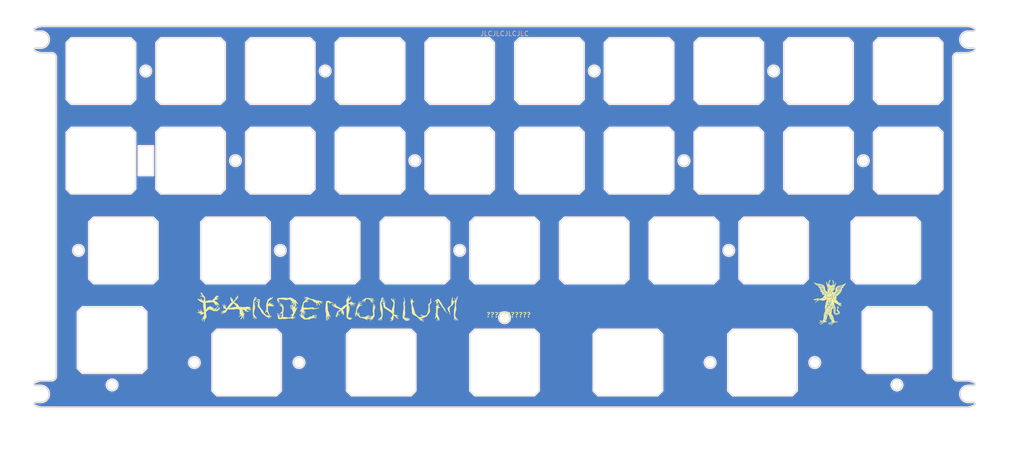
<source format=kicad_pcb>
(kicad_pcb (version 20221018) (generator pcbnew)
  (layers (0 "F.Cu" signal) (31 "B.Cu" signal) (34 "B.Paste" user) (35 "F.Paste" user) (36 "B.SilkS" user "B.Silkscreen") (37 "F.SilkS" user "F.Silkscreen") (38 "B.Mask" user) (39 "F.Mask" user) (44 "Edge.Cuts" user))
  (net 0 "")
  (net 1 "GND")
  (footprint "cipulot_parts:ecs_plate_cut_1U" (layer "F.Cu") (at 41.275 33.3375)
    (fp_text reference "REF**")
    (fp_text value "Value " hide)
    (fp_line (start -7.3 -6) (end -7.3 6) (stroke (width 0.12)) (layer "Edge.Cuts"))
    (fp_line (start -7.3 6) (end -6.3 7) (stroke (width 0.12)) (layer "Edge.Cuts"))
    (fp_line (start -6.3 -7) (end -7.3 -6) (stroke (width 0.12)) (layer "Edge.Cuts"))
    (fp_line (start -6.3 7) (end 6.3 7) (stroke (width 0.12)) (layer "Edge.Cuts"))
    (fp_line (start 6.3 -7) (end -6.3 -7) (stroke (width 0.12)) (layer "Edge.Cuts"))
    (fp_line (start 6.3 -7) (end 7.3 -6) (stroke (width 0.12)) (layer "Edge.Cuts"))
    (fp_line (start 6.3 7) (end 7.3 6) (stroke (width 0.12)) (layer "Edge.Cuts"))
    (fp_line (start 7.3 6) (end 7.3 -6) (stroke (width 0.12)) (layer "Edge.Cuts"))
  )
  (footprint "cipulot_parts:ecs_plate_cut_1U" (layer "F.Cu") (at 60.325 52.3875)
    (fp_text reference "REF**")
    (fp_text value "Value " hide)
    (fp_line (start -7.3 -6) (end -7.3 6) (stroke (width 0.12)) (layer "Edge.Cuts"))
    (fp_line (start -7.3 6) (end -6.3 7) (stroke (width 0.12)) (layer "Edge.Cuts"))
    (fp_line (start -6.3 -7) (end -7.3 -6) (stroke (width 0.12)) (layer "Edge.Cuts"))
    (fp_line (start -6.3 7) (end 6.3 7) (stroke (width 0.12)) (layer "Edge.Cuts"))
    (fp_line (start 6.3 -7) (end -6.3 -7) (stroke (width 0.12)) (layer "Edge.Cuts"))
    (fp_line (start 6.3 -7) (end 7.3 -6) (stroke (width 0.12)) (layer "Edge.Cuts"))
    (fp_line (start 6.3 7) (end 7.3 6) (stroke (width 0.12)) (layer "Edge.Cuts"))
    (fp_line (start 7.3 6) (end 7.3 -6) (stroke (width 0.12)) (layer "Edge.Cuts"))
  )
  (footprint "cipulot_parts:ecs_plate_cut_1U" (layer "F.Cu") (at 127 95.25)
    (fp_text reference "REF**")
    (fp_text value "Value " hide)
    (fp_line (start -7.3 -6) (end -7.3 6) (stroke (width 0.12)) (layer "Edge.Cuts"))
    (fp_line (start -7.3 6) (end -6.3 7) (stroke (width 0.12)) (layer "Edge.Cuts"))
    (fp_line (start -6.3 -7) (end -7.3 -6) (stroke (width 0.12)) (layer "Edge.Cuts"))
    (fp_line (start -6.3 7) (end 6.3 7) (stroke (width 0.12)) (layer "Edge.Cuts"))
    (fp_line (start 6.3 -7) (end -6.3 -7) (stroke (width 0.12)) (layer "Edge.Cuts"))
    (fp_line (start 6.3 -7) (end 7.3 -6) (stroke (width 0.12)) (layer "Edge.Cuts"))
    (fp_line (start 6.3 7) (end 7.3 6) (stroke (width 0.12)) (layer "Edge.Cuts"))
    (fp_line (start 7.3 6) (end 7.3 -6) (stroke (width 0.12)) (layer "Edge.Cuts"))
  )
  (footprint "cipulot_parts:ecs_plate_cut_1U" (layer "F.Cu") (at 60.325 33.3375)
    (fp_text reference "REF**")
    (fp_text value "Value " hide)
    (fp_line (start -7.3 -6) (end -7.3 6) (stroke (width 0.12)) (layer "Edge.Cuts"))
    (fp_line (start -7.3 6) (end -6.3 7) (stroke (width 0.12)) (layer "Edge.Cuts"))
    (fp_line (start -6.3 -7) (end -7.3 -6) (stroke (width 0.12)) (layer "Edge.Cuts"))
    (fp_line (start -6.3 7) (end 6.3 7) (stroke (width 0.12)) (layer "Edge.Cuts"))
    (fp_line (start 6.3 -7) (end -6.3 -7) (stroke (width 0.12)) (layer "Edge.Cuts"))
    (fp_line (start 6.3 -7) (end 7.3 -6) (stroke (width 0.12)) (layer "Edge.Cuts"))
    (fp_line (start 6.3 7) (end 7.3 6) (stroke (width 0.12)) (layer "Edge.Cuts"))
    (fp_line (start 7.3 6) (end 7.3 -6) (stroke (width 0.12)) (layer "Edge.Cuts"))
  )
  (footprint "cipulot_parts:ecs_plate_cut_1U" (layer "F.Cu") (at 212.725 33.3375)
    (fp_text reference "REF**")
    (fp_text value "Value " hide)
    (fp_line (start -7.3 -6) (end -7.3 6) (stroke (width 0.12)) (layer "Edge.Cuts"))
    (fp_line (start -7.3 6) (end -6.3 7) (stroke (width 0.12)) (layer "Edge.Cuts"))
    (fp_line (start -6.3 -7) (end -7.3 -6) (stroke (width 0.12)) (layer "Edge.Cuts"))
    (fp_line (start -6.3 7) (end 6.3 7) (stroke (width 0.12)) (layer "Edge.Cuts"))
    (fp_line (start 6.3 -7) (end -6.3 -7) (stroke (width 0.12)) (layer "Edge.Cuts"))
    (fp_line (start 6.3 -7) (end 7.3 -6) (stroke (width 0.12)) (layer "Edge.Cuts"))
    (fp_line (start 6.3 7) (end 7.3 6) (stroke (width 0.12)) (layer "Edge.Cuts"))
    (fp_line (start 7.3 6) (end 7.3 -6) (stroke (width 0.12)) (layer "Edge.Cuts"))
  )
  (footprint "cipulot_parts:ecs_plate_cut_1U" (layer "F.Cu") (at 146.05 71.4375)
    (fp_text reference "REF**")
    (fp_text value "Value " hide)
    (fp_line (start -7.3 -6) (end -7.3 6) (stroke (width 0.12)) (layer "Edge.Cuts"))
    (fp_line (start -7.3 6) (end -6.3 7) (stroke (width 0.12)) (layer "Edge.Cuts"))
    (fp_line (start -6.3 -7) (end -7.3 -6) (stroke (width 0.12)) (layer "Edge.Cuts"))
    (fp_line (start -6.3 7) (end 6.3 7) (stroke (width 0.12)) (layer "Edge.Cuts"))
    (fp_line (start 6.3 -7) (end -6.3 -7) (stroke (width 0.12)) (layer "Edge.Cuts"))
    (fp_line (start 6.3 -7) (end 7.3 -6) (stroke (width 0.12)) (layer "Edge.Cuts"))
    (fp_line (start 6.3 7) (end 7.3 6) (stroke (width 0.12)) (layer "Edge.Cuts"))
    (fp_line (start 7.3 6) (end 7.3 -6) (stroke (width 0.12)) (layer "Edge.Cuts"))
  )
  (footprint "cipulot_parts:ecs_plate_cut_1U" (layer "F.Cu") (at 46.0375 71.4375)
    (fp_text reference "REF**")
    (fp_text value "Value " hide)
    (fp_line (start -7.3 -6) (end -7.3 6) (stroke (width 0.12)) (layer "Edge.Cuts"))
    (fp_line (start -7.3 6) (end -6.3 7) (stroke (width 0.12)) (layer "Edge.Cuts"))
    (fp_line (start -6.3 -7) (end -7.3 -6) (stroke (width 0.12)) (layer "Edge.Cuts"))
    (fp_line (start -6.3 7) (end 6.3 7) (stroke (width 0.12)) (layer "Edge.Cuts"))
    (fp_line (start 6.3 -7) (end -6.3 -7) (stroke (width 0.12)) (layer "Edge.Cuts"))
    (fp_line (start 6.3 -7) (end 7.3 -6) (stroke (width 0.12)) (layer "Edge.Cuts"))
    (fp_line (start 6.3 7) (end 7.3 6) (stroke (width 0.12)) (layer "Edge.Cuts"))
    (fp_line (start 7.3 6) (end 7.3 -6) (stroke (width 0.12)) (layer "Edge.Cuts"))
  )
  (footprint "LOGO" (layer "F.Cu") (at 196.05625 82.55)
    (fp_text reference "G***" hide)
    (fp_text value "LOGO" hide)
  )
  (footprint "cipulot_parts:ecs_plate_cut_1U" (layer "F.Cu") (at 88.9 71.4375)
    (fp_text reference "REF**")
    (fp_text value "Value " hide)
    (fp_line (start -7.3 -6) (end -7.3 6) (stroke (width 0.12)) (layer "Edge.Cuts"))
    (fp_line (start -7.3 6) (end -6.3 7) (stroke (width 0.12)) (layer "Edge.Cuts"))
    (fp_line (start -6.3 -7) (end -7.3 -6) (stroke (width 0.12)) (layer "Edge.Cuts"))
    (fp_line (start -6.3 7) (end 6.3 7) (stroke (width 0.12)) (layer "Edge.Cuts"))
    (fp_line (start 6.3 -7) (end -6.3 -7) (stroke (width 0.12)) (layer "Edge.Cuts"))
    (fp_line (start 6.3 -7) (end 7.3 -6) (stroke (width 0.12)) (layer "Edge.Cuts"))
    (fp_line (start 6.3 7) (end 7.3 6) (stroke (width 0.12)) (layer "Edge.Cuts"))
    (fp_line (start 7.3 6) (end 7.3 -6) (stroke (width 0.12)) (layer "Edge.Cuts"))
  )
  (footprint "cipulot_parts:ecs_plate_cut_1U" (layer "F.Cu") (at 117.475 33.3375)
    (fp_text reference "REF**")
    (fp_text value "Value " hide)
    (fp_line (start -7.3 -6) (end -7.3 6) (stroke (width 0.12)) (layer "Edge.Cuts"))
    (fp_line (start -7.3 6) (end -6.3 7) (stroke (width 0.12)) (layer "Edge.Cuts"))
    (fp_line (start -6.3 -7) (end -7.3 -6) (stroke (width 0.12)) (layer "Edge.Cuts"))
    (fp_line (start -6.3 7) (end 6.3 7) (stroke (width 0.12)) (layer "Edge.Cuts"))
    (fp_line (start 6.3 -7) (end -6.3 -7) (stroke (width 0.12)) (layer "Edge.Cuts"))
    (fp_line (start 6.3 -7) (end 7.3 -6) (stroke (width 0.12)) (layer "Edge.Cuts"))
    (fp_line (start 6.3 7) (end 7.3 6) (stroke (width 0.12)) (layer "Edge.Cuts"))
    (fp_line (start 7.3 6) (end 7.3 -6) (stroke (width 0.12)) (layer "Edge.Cuts"))
  )
  (footprint "cipulot_parts:ecs_plate_cut_1U" (layer "F.Cu") (at 79.375 52.3875)
    (fp_text reference "REF**")
    (fp_text value "Value " hide)
    (fp_line (start -7.3 -6) (end -7.3 6) (stroke (width 0.12)) (layer "Edge.Cuts"))
    (fp_line (start -7.3 6) (end -6.3 7) (stroke (width 0.12)) (layer "Edge.Cuts"))
    (fp_line (start -6.3 -7) (end -7.3 -6) (stroke (width 0.12)) (layer "Edge.Cuts"))
    (fp_line (start -6.3 7) (end 6.3 7) (stroke (width 0.12)) (layer "Edge.Cuts"))
    (fp_line (start 6.3 -7) (end -6.3 -7) (stroke (width 0.12)) (layer "Edge.Cuts"))
    (fp_line (start 6.3 -7) (end 7.3 -6) (stroke (width 0.12)) (layer "Edge.Cuts"))
    (fp_line (start 6.3 7) (end 7.3 6) (stroke (width 0.12)) (layer "Edge.Cuts"))
    (fp_line (start 7.3 6) (end 7.3 -6) (stroke (width 0.12)) (layer "Edge.Cuts"))
  )
  (footprint "cipulot_parts:ecs_plate_cut_1U" (layer "F.Cu") (at 193.675 52.3875)
    (fp_text reference "REF**")
    (fp_text value "Value " hide)
    (fp_line (start -7.3 -6) (end -7.3 6) (stroke (width 0.12)) (layer "Edge.Cuts"))
    (fp_line (start -7.3 6) (end -6.3 7) (stroke (width 0.12)) (layer "Edge.Cuts"))
    (fp_line (start -6.3 -7) (end -7.3 -6) (stroke (width 0.12)) (layer "Edge.Cuts"))
    (fp_line (start -6.3 7) (end 6.3 7) (stroke (width 0.12)) (layer "Edge.Cuts"))
    (fp_line (start 6.3 -7) (end -6.3 -7) (stroke (width 0.12)) (layer "Edge.Cuts"))
    (fp_line (start 6.3 -7) (end 7.3 -6) (stroke (width 0.12)) (layer "Edge.Cuts"))
    (fp_line (start 6.3 7) (end 7.3 6) (stroke (width 0.12)) (layer "Edge.Cuts"))
    (fp_line (start 7.3 6) (end 7.3 -6) (stroke (width 0.12)) (layer "Edge.Cuts"))
  )
  (footprint "cipulot_parts:ecs_plate_cut_1U" (layer "F.Cu") (at 98.425 52.3875)
    (fp_text reference "REF**")
    (fp_text value "Value " hide)
    (fp_line (start -7.3 -6) (end -7.3 6) (stroke (width 0.12)) (layer "Edge.Cuts"))
    (fp_line (start -7.3 6) (end -6.3 7) (stroke (width 0.12)) (layer "Edge.Cuts"))
    (fp_line (start -6.3 -7) (end -7.3 -6) (stroke (width 0.12)) (layer "Edge.Cuts"))
    (fp_line (start -6.3 7) (end 6.3 7) (stroke (width 0.12)) (layer "Edge.Cuts"))
    (fp_line (start 6.3 -7) (end -6.3 -7) (stroke (width 0.12)) (layer "Edge.Cuts"))
    (fp_line (start 6.3 -7) (end 7.3 -6) (stroke (width 0.12)) (layer "Edge.Cuts"))
    (fp_line (start 6.3 7) (end 7.3 6) (stroke (width 0.12)) (layer "Edge.Cuts"))
    (fp_line (start 7.3 6) (end 7.3 -6) (stroke (width 0.12)) (layer "Edge.Cuts"))
  )
  (footprint "cipulot_parts:ecs_plate_cut_1U" (layer "F.Cu") (at 107.95 71.4375)
    (fp_text reference "REF**")
    (fp_text value "Value " hide)
    (fp_line (start -7.3 -6) (end -7.3 6) (stroke (width 0.12)) (layer "Edge.Cuts"))
    (fp_line (start -7.3 6) (end -6.3 7) (stroke (width 0.12)) (layer "Edge.Cuts"))
    (fp_line (start -6.3 -7) (end -7.3 -6) (stroke (width 0.12)) (layer "Edge.Cuts"))
    (fp_line (start -6.3 7) (end 6.3 7) (stroke (width 0.12)) (layer "Edge.Cuts"))
    (fp_line (start 6.3 -7) (end -6.3 -7) (stroke (width 0.12)) (layer "Edge.Cuts"))
    (fp_line (start 6.3 -7) (end 7.3 -6) (stroke (width 0.12)) (layer "Edge.Cuts"))
    (fp_line (start 6.3 7) (end 7.3 6) (stroke (width 0.12)) (layer "Edge.Cuts"))
    (fp_line (start 7.3 6) (end 7.3 -6) (stroke (width 0.12)) (layer "Edge.Cuts"))
  )
  (footprint "LOGO" (layer "F.Cu") (at 88.9 83.34375)
    (fp_text reference "G***" hide)
    (fp_text value "LOGO" hide)
  )
  (footprint "cipulot_parts:ecs_plate_cut_1U" (layer "F.Cu") (at 72.23125 95.25)
    (fp_text reference "REF**")
    (fp_text value "Value " hide)
    (fp_line (start -7.3 -6) (end -7.3 6) (stroke (width 0.12)) (layer "Edge.Cuts"))
    (fp_line (start -7.3 6) (end -6.3 7) (stroke (width 0.12)) (layer "Edge.Cuts"))
    (fp_line (start -6.3 -7) (end -7.3 -6) (stroke (width 0.12)) (layer "Edge.Cuts"))
    (fp_line (start -6.3 7) (end 6.3 7) (stroke (width 0.12)) (layer "Edge.Cuts"))
    (fp_line (start 6.3 -7) (end -6.3 -7) (stroke (width 0.12)) (layer "Edge.Cuts"))
    (fp_line (start 6.3 -7) (end 7.3 -6) (stroke (width 0.12)) (layer "Edge.Cuts"))
    (fp_line (start 6.3 7) (end 7.3 6) (stroke (width 0.12)) (layer "Edge.Cuts"))
    (fp_line (start 7.3 6) (end 7.3 -6) (stroke (width 0.12)) (layer "Edge.Cuts"))
  )
  (footprint "cipulot_parts:ecs_plate_cut_1U" (layer "F.Cu") (at 210.34375 90.4875)
    (fp_text reference "REF**")
    (fp_text value "Value " hide)
    (fp_line (start -7.3 -6) (end -7.3 6) (stroke (width 0.12)) (layer "Edge.Cuts"))
    (fp_line (start -7.3 6) (end -6.3 7) (stroke (width 0.12)) (layer "Edge.Cuts"))
    (fp_line (start -6.3 -7) (end -7.3 -6) (stroke (width 0.12)) (layer "Edge.Cuts"))
    (fp_line (start -6.3 7) (end 6.3 7) (stroke (width 0.12)) (layer "Edge.Cuts"))
    (fp_line (start 6.3 -7) (end -6.3 -7) (stroke (width 0.12)) (layer "Edge.Cuts"))
    (fp_line (start 6.3 -7) (end 7.3 -6) (stroke (width 0.12)) (layer "Edge.Cuts"))
    (fp_line (start 6.3 7) (end 7.3 6) (stroke (width 0.12)) (layer "Edge.Cuts"))
    (fp_line (start 7.3 6) (end 7.3 -6) (stroke (width 0.12)) (layer "Edge.Cuts"))
  )
  (footprint "cipulot_parts:ecs_plate_cut_1U" (layer "F.Cu") (at 174.625 33.3375)
    (fp_text reference "REF**")
    (fp_text value "Value " hide)
    (fp_line (start -7.3 -6) (end -7.3 6) (stroke (width 0.12)) (layer "Edge.Cuts"))
    (fp_line (start -7.3 6) (end -6.3 7) (stroke (width 0.12)) (layer "Edge.Cuts"))
    (fp_line (start -6.3 -7) (end -7.3 -6) (stroke (width 0.12)) (layer "Edge.Cuts"))
    (fp_line (start -6.3 7) (end 6.3 7) (stroke (width 0.12)) (layer "Edge.Cuts"))
    (fp_line (start 6.3 -7) (end -6.3 -7) (stroke (width 0.12)) (layer "Edge.Cuts"))
    (fp_line (start 6.3 -7) (end 7.3 -6) (stroke (width 0.12)) (layer "Edge.Cuts"))
    (fp_line (start 6.3 7) (end 7.3 6) (stroke (width 0.12)) (layer "Edge.Cuts"))
    (fp_line (start 7.3 6) (end 7.3 -6) (stroke (width 0.12)) (layer "Edge.Cuts"))
  )
  (footprint "cipulot_parts:ecs_plate_cut_1U" (layer "F.Cu") (at 207.9625 71.4375)
    (fp_text reference "REF**")
    (fp_text value "Value " hide)
    (fp_line (start -7.3 -6) (end -7.3 6) (stroke (width 0.12)) (layer "Edge.Cuts"))
    (fp_line (start -7.3 6) (end -6.3 7) (stroke (width 0.12)) (layer "Edge.Cuts"))
    (fp_line (start -6.3 -7) (end -7.3 -6) (stroke (width 0.12)) (layer "Edge.Cuts"))
    (fp_line (start -6.3 7) (end 6.3 7) (stroke (width 0.12)) (layer "Edge.Cuts"))
    (fp_line (start 6.3 -7) (end -6.3 -7) (stroke (width 0.12)) (layer "Edge.Cuts"))
    (fp_line (start 6.3 -7) (end 7.3 -6) (stroke (width 0.12)) (layer "Edge.Cuts"))
    (fp_line (start 6.3 7) (end 7.3 6) (stroke (width 0.12)) (layer "Edge.Cuts"))
    (fp_line (start 7.3 6) (end 7.3 -6) (stroke (width 0.12)) (layer "Edge.Cuts"))
  )
  (footprint "cipulot_parts:ecs_plate_cut_1U" (layer "F.Cu") (at 69.85 71.4375)
    (fp_text reference "REF**")
    (fp_text value "Value " hide)
    (fp_line (start -7.3 -6) (end -7.3 6) (stroke (width 0.12)) (layer "Edge.Cuts"))
    (fp_line (start -7.3 6) (end -6.3 7) (stroke (width 0.12)) (layer "Edge.Cuts"))
    (fp_line (start -6.3 -7) (end -7.3 -6) (stroke (width 0.12)) (layer "Edge.Cuts"))
    (fp_line (start -6.3 7) (end 6.3 7) (stroke (width 0.12)) (layer "Edge.Cuts"))
    (fp_line (start 6.3 -7) (end -6.3 -7) (stroke (width 0.12)) (layer "Edge.Cuts"))
    (fp_line (start 6.3 -7) (end 7.3 -6) (stroke (width 0.12)) (layer "Edge.Cuts"))
    (fp_line (start 6.3 7) (end 7.3 6) (stroke (width 0.12)) (layer "Edge.Cuts"))
    (fp_line (start 7.3 6) (end 7.3 -6) (stroke (width 0.12)) (layer "Edge.Cuts"))
  )
  (footprint "cipulot_parts:ecs_plate_cut_1U" (layer "F.Cu") (at 43.65625 90.4875)
    (fp_text reference "REF**")
    (fp_text value "Value " hide)
    (fp_line (start -7.3 -6) (end -7.3 6) (stroke (width 0.12)) (layer "Edge.Cuts"))
    (fp_line (start -7.3 6) (end -6.3 7) (stroke (width 0.12)) (layer "Edge.Cuts"))
    (fp_line (start -6.3 -7) (end -7.3 -6) (stroke (width 0.12)) (layer "Edge.Cuts"))
    (fp_line (start -6.3 7) (end 6.3 7) (stroke (width 0.12)) (layer "Edge.Cuts"))
    (fp_line (start 6.3 -7) (end -6.3 -7) (stroke (width 0.12)) (layer "Edge.Cuts"))
    (fp_line (start 6.3 -7) (end 7.3 -6) (stroke (width 0.12)) (layer "Edge.Cuts"))
    (fp_line (start 6.3 7) (end 7.3 6) (stroke (width 0.12)) (layer "Edge.Cuts"))
    (fp_line (start 7.3 6) (end 7.3 -6) (stroke (width 0.12)) (layer "Edge.Cuts"))
  )
  (footprint "cipulot_parts:ecs_plate_cut_1U" (layer "F.Cu") (at 153.19375 95.25)
    (fp_text reference "REF**")
    (fp_text value "Value " hide)
    (fp_line (start -7.3 -6) (end -7.3 6) (stroke (width 0.12)) (layer "Edge.Cuts"))
    (fp_line (start -7.3 6) (end -6.3 7) (stroke (width 0.12)) (layer "Edge.Cuts"))
    (fp_line (start -6.3 -7) (end -7.3 -6) (stroke (width 0.12)) (layer "Edge.Cuts"))
    (fp_line (start -6.3 7) (end 6.3 7) (stroke (width 0.12)) (layer "Edge.Cuts"))
    (fp_line (start 6.3 -7) (end -6.3 -7) (stroke (width 0.12)) (layer "Edge.Cuts"))
    (fp_line (start 6.3 -7) (end 7.3 -6) (stroke (width 0.12)) (layer "Edge.Cuts"))
    (fp_line (start 6.3 7) (end 7.3 6) (stroke (width 0.12)) (layer "Edge.Cuts"))
    (fp_line (start 7.3 6) (end 7.3 -6) (stroke (width 0.12)) (layer "Edge.Cuts"))
  )
  (footprint "cipulot_parts:ecs_plate_cut_1U" (layer "F.Cu") (at 155.575 52.3875)
    (fp_text reference "REF**")
    (fp_text value "Value " hide)
    (fp_line (start -7.3 -6) (end -7.3 6) (stroke (width 0.12)) (layer "Edge.Cuts"))
    (fp_line (start -7.3 6) (end -6.3 7) (stroke (width 0.12)) (layer "Edge.Cuts"))
    (fp_line (start -6.3 -7) (end -7.3 -6) (stroke (width 0.12)) (layer "Edge.Cuts"))
    (fp_line (start -6.3 7) (end 6.3 7) (stroke (width 0.12)) (layer "Edge.Cuts"))
    (fp_line (start 6.3 -7) (end -6.3 -7) (stroke (width 0.12)) (layer "Edge.Cuts"))
    (fp_line (start 6.3 -7) (end 7.3 -6) (stroke (width 0.12)) (layer "Edge.Cuts"))
    (fp_line (start 6.3 7) (end 7.3 6) (stroke (width 0.12)) (layer "Edge.Cuts"))
    (fp_line (start 7.3 6) (end 7.3 -6) (stroke (width 0.12)) (layer "Edge.Cuts"))
  )
  (footprint "cipulot_parts:ecs_plate_cut_1U" (layer "F.Cu") (at 136.525 52.3875)
    (fp_text reference "REF**")
    (fp_text value "Value " hide)
    (fp_line (start -7.3 -6) (end -7.3 6) (stroke (width 0.12)) (layer "Edge.Cuts"))
    (fp_line (start -7.3 6) (end -6.3 7) (stroke (width 0.12)) (layer "Edge.Cuts"))
    (fp_line (start -6.3 -7) (end -7.3 -6) (stroke (width 0.12)) (layer "Edge.Cuts"))
    (fp_line (start -6.3 7) (end 6.3 7) (stroke (width 0.12)) (layer "Edge.Cuts"))
    (fp_line (start 6.3 -7) (end -6.3 -7) (stroke (width 0.12)) (layer "Edge.Cuts"))
    (fp_line (start 6.3 -7) (end 7.3 -6) (stroke (width 0.12)) (layer "Edge.Cuts"))
    (fp_line (start 6.3 7) (end 7.3 6) (stroke (width 0.12)) (layer "Edge.Cuts"))
    (fp_line (start 7.3 6) (end 7.3 -6) (stroke (width 0.12)) (layer "Edge.Cuts"))
  )
  (footprint "cipulot_parts:ecs_plate_cut_1U" (layer "F.Cu") (at 184.15 71.4375)
    (fp_text reference "REF**")
    (fp_text value "Value " hide)
    (fp_line (start -7.3 -6) (end -7.3 6) (stroke (width 0.12)) (layer "Edge.Cuts"))
    (fp_line (start -7.3 6) (end -6.3 7) (stroke (width 0.12)) (layer "Edge.Cuts"))
    (fp_line (start -6.3 -7) (end -7.3 -6) (stroke (width 0.12)) (layer "Edge.Cuts"))
    (fp_line (start -6.3 7) (end 6.3 7) (stroke (width 0.12)) (layer "Edge.Cuts"))
    (fp_line (start 6.3 -7) (end -6.3 -7) (stroke (width 0.12)) (layer "Edge.Cuts"))
    (fp_line (start 6.3 -7) (end 7.3 -6) (stroke (width 0.12)) (layer "Edge.Cuts"))
    (fp_line (start 6.3 7) (end 7.3 6) (stroke (width 0.12)) (layer "Edge.Cuts"))
    (fp_line (start 7.3 6) (end 7.3 -6) (stroke (width 0.12)) (layer "Edge.Cuts"))
  )
  (footprint "cipulot_parts:ecs_plate_cut_1U" (layer "F.Cu") (at 181.76875 95.25)
    (fp_text reference "REF**")
    (fp_text value "Value " hide)
    (fp_line (start -7.3 -6) (end -7.3 6) (stroke (width 0.12)) (layer "Edge.Cuts"))
    (fp_line (start -7.3 6) (end -6.3 7) (stroke (width 0.12)) (layer "Edge.Cuts"))
    (fp_line (start -6.3 -7) (end -7.3 -6) (stroke (width 0.12)) (layer "Edge.Cuts"))
    (fp_line (start -6.3 7) (end 6.3 7) (stroke (width 0.12)) (layer "Edge.Cuts"))
    (fp_line (start 6.3 -7) (end -6.3 -7) (stroke (width 0.12)) (layer "Edge.Cuts"))
    (fp_line (start 6.3 -7) (end 7.3 -6) (stroke (width 0.12)) (layer "Edge.Cuts"))
    (fp_line (start 6.3 7) (end 7.3 6) (stroke (width 0.12)) (layer "Edge.Cuts"))
    (fp_line (start 7.3 6) (end 7.3 -6) (stroke (width 0.12)) (layer "Edge.Cuts"))
  )
  (footprint "cipulot_parts:ecs_plate_cut_1U" (layer "F.Cu") (at 136.525 33.3375)
    (fp_text reference "REF**")
    (fp_text value "Value " hide)
    (fp_line (start -7.3 -6) (end -7.3 6) (stroke (width 0.12)) (layer "Edge.Cuts"))
    (fp_line (start -7.3 6) (end -6.3 7) (stroke (width 0.12)) (layer "Edge.Cuts"))
    (fp_line (start -6.3 -7) (end -7.3 -6) (stroke (width 0.12)) (layer "Edge.Cuts"))
    (fp_line (start -6.3 7) (end 6.3 7) (stroke (width 0.12)) (layer "Edge.Cuts"))
    (fp_line (start 6.3 -7) (end -6.3 -7) (stroke (width 0.12)) (layer "Edge.Cuts"))
    (fp_line (start 6.3 -7) (end 7.3 -6) (stroke (width 0.12)) (layer "Edge.Cuts"))
    (fp_line (start 6.3 7) (end 7.3 6) (stroke (width 0.12)) (layer "Edge.Cuts"))
    (fp_line (start 7.3 6) (end 7.3 -6) (stroke (width 0.12)) (layer "Edge.Cuts"))
  )
  (footprint "cipulot_parts:ecs_plate_cut_1U" (layer "F.Cu") (at 165.1 71.4375)
    (fp_text reference "REF**")
    (fp_text value "Value " hide)
    (fp_line (start -7.3 -6) (end -7.3 6) (stroke (width 0.12)) (layer "Edge.Cuts"))
    (fp_line (start -7.3 6) (end -6.3 7) (stroke (width 0.12)) (layer "Edge.Cuts"))
    (fp_line (start -6.3 -7) (end -7.3 -6) (stroke (width 0.12)) (layer "Edge.Cuts"))
    (fp_line (start -6.3 7) (end 6.3 7) (stroke (width 0.12)) (layer "Edge.Cuts"))
    (fp_line (start 6.3 -7) (end -6.3 -7) (stroke (width 0.12)) (layer "Edge.Cuts"))
    (fp_line (start 6.3 -7) (end 7.3 -6) (stroke (width 0.12)) (layer "Edge.Cuts"))
    (fp_line (start 6.3 7) (end 7.3 6) (stroke (width 0.12)) (layer "Edge.Cuts"))
    (fp_line (start 7.3 6) (end 7.3 -6) (stroke (width 0.12)) (layer "Edge.Cuts"))
  )
  (footprint "cipulot_parts:ecs_plate_cut_1U" (layer "F.Cu") (at 117.475 52.3875)
    (fp_text reference "REF**")
    (fp_text value "Value " hide)
    (fp_line (start -7.3 -6) (end -7.3 6) (stroke (width 0.12)) (layer "Edge.Cuts"))
    (fp_line (start -7.3 6) (end -6.3 7) (stroke (width 0.12)) (layer "Edge.Cuts"))
    (fp_line (start -6.3 -7) (end -7.3 -6) (stroke (width 0.12)) (layer "Edge.Cuts"))
    (fp_line (start -6.3 7) (end 6.3 7) (stroke (width 0.12)) (layer "Edge.Cuts"))
    (fp_line (start 6.3 -7) (end -6.3 -7) (stroke (width 0.12)) (layer "Edge.Cuts"))
    (fp_line (start 6.3 -7) (end 7.3 -6) (stroke (width 0.12)) (layer "Edge.Cuts"))
    (fp_line (start 6.3 7) (end 7.3 6) (stroke (width 0.12)) (layer "Edge.Cuts"))
    (fp_line (start 7.3 6) (end 7.3 -6) (stroke (width 0.12)) (layer "Edge.Cuts"))
  )
  (footprint "cipulot_parts:ecs_plate_cut_1U" (layer "F.Cu") (at 155.575 33.3375)
    (fp_text reference "REF**")
    (fp_text value "Value " hide)
    (fp_line (start -7.3 -6) (end -7.3 6) (stroke (width 0.12)) (layer "Edge.Cuts"))
    (fp_line (start -7.3 6) (end -6.3 7) (stroke (width 0.12)) (layer "Edge.Cuts"))
    (fp_line (start -6.3 -7) (end -7.3 -6) (stroke (width 0.12)) (layer "Edge.Cuts"))
    (fp_line (start -6.3 7) (end 6.3 7) (stroke (width 0.12)) (layer "Edge.Cuts"))
    (fp_line (start 6.3 -7) (end -6.3 -7) (stroke (width 0.12)) (layer "Edge.Cuts"))
    (fp_line (start 6.3 -7) (end 7.3 -6) (stroke (width 0.12)) (layer "Edge.Cuts"))
    (fp_line (start 6.3 7) (end 7.3 6) (stroke (width 0.12)) (layer "Edge.Cuts"))
    (fp_line (start 7.3 6) (end 7.3 -6) (stroke (width 0.12)) (layer "Edge.Cuts"))
  )
  (footprint "cipulot_parts:ecs_plate_cut_1U" (layer "F.Cu") (at 100.80625 95.25)
    (fp_text reference "REF**")
    (fp_text value "Value " hide)
    (fp_line (start -7.3 -6) (end -7.3 6) (stroke (width 0.12)) (layer "Edge.Cuts"))
    (fp_line (start -7.3 6) (end -6.3 7) (stroke (width 0.12)) (layer "Edge.Cuts"))
    (fp_line (start -6.3 -7) (end -7.3 -6) (stroke (width 0.12)) (layer "Edge.Cuts"))
    (fp_line (start -6.3 7) (end 6.3 7) (stroke (width 0.12)) (layer "Edge.Cuts"))
    (fp_line (start 6.3 -7) (end -6.3 -7) (stroke (width 0.12)) (layer "Edge.Cuts"))
    (fp_line (start 6.3 -7) (end 7.3 -6) (stroke (width 0.12)) (layer "Edge.Cuts"))
    (fp_line (start 6.3 7) (end 7.3 6) (stroke (width 0.12)) (layer "Edge.Cuts"))
    (fp_line (start 7.3 6) (end 7.3 -6) (stroke (width 0.12)) (layer "Edge.Cuts"))
  )
  (footprint "cipulot_parts:ecs_plate_cut_1U" (layer "F.Cu") (at 98.425 33.3375)
    (fp_text reference "REF**")
    (fp_text value "Value " hide)
    (fp_line (start -7.3 -6) (end -7.3 6) (stroke (width 0.12)) (layer "Edge.Cuts"))
    (fp_line (start -7.3 6) (end -6.3 7) (stroke (width 0.12)) (layer "Edge.Cuts"))
    (fp_line (start -6.3 -7) (end -7.3 -6) (stroke (width 0.12)) (layer "Edge.Cuts"))
    (fp_line (start -6.3 7) (end 6.3 7) (stroke (width 0.12)) (layer "Edge.Cuts"))
    (fp_line (start 6.3 -7) (end -6.3 -7) (stroke (width 0.12)) (layer "Edge.Cuts"))
    (fp_line (start 6.3 -7) (end 7.3 -6) (stroke (width 0.12)) (layer "Edge.Cuts"))
    (fp_line (start 6.3 7) (end 7.3 6) (stroke (width 0.12)) (layer "Edge.Cuts"))
    (fp_line (start 7.3 6) (end 7.3 -6) (stroke (width 0.12)) (layer "Edge.Cuts"))
  )
  (footprint "cipulot_parts:ecs_plate_cut_1U" (layer "F.Cu") (at 174.625 52.3875)
    (fp_text reference "REF**")
    (fp_text value "Value " hide)
    (fp_line (start -7.3 -6) (end -7.3 6) (stroke (width 0.12)) (layer "Edge.Cuts"))
    (fp_line (start -7.3 6) (end -6.3 7) (stroke (width 0.12)) (layer "Edge.Cuts"))
    (fp_line (start -6.3 -7) (end -7.3 -6) (stroke (width 0.12)) (layer "Edge.Cuts"))
    (fp_line (start -6.3 7) (end 6.3 7) (stroke (width 0.12)) (layer "Edge.Cuts"))
    (fp_line (start 6.3 -7) (end -6.3 -7) (stroke (width 0.12)) (layer "Edge.Cuts"))
    (fp_line (start 6.3 -7) (end 7.3 -6) (stroke (width 0.12)) (layer "Edge.Cuts"))
    (fp_line (start 6.3 7) (end 7.3 6) (stroke (width 0.12)) (layer "Edge.Cuts"))
    (fp_line (start 7.3 6) (end 7.3 -6) (stroke (width 0.12)) (layer "Edge.Cuts"))
  )
  (footprint "cipulot_parts:ecs_plate_cut_1U" (layer "F.Cu") (at 127 71.4375)
    (fp_text reference "REF**")
    (fp_text value "Value " hide)
    (fp_line (start -7.3 -6) (end -7.3 6) (stroke (width 0.12)) (layer "Edge.Cuts"))
    (fp_line (start -7.3 6) (end -6.3 7) (stroke (width 0.12)) (layer "Edge.Cuts"))
    (fp_line (start -6.3 -7) (end -7.3 -6) (stroke (width 0.12)) (layer "Edge.Cuts"))
    (fp_line (start -6.3 7) (end 6.3 7) (stroke (width 0.12)) (layer "Edge.Cuts"))
    (fp_line (start 6.3 -7) (end -6.3 -7) (stroke (width 0.12)) (layer "Edge.Cuts"))
    (fp_line (start 6.3 -7) (end 7.3 -6) (stroke (width 0.12)) (layer "Edge.Cuts"))
    (fp_line (start 6.3 7) (end 7.3 6) (stroke (width 0.12)) (layer "Edge.Cuts"))
    (fp_line (start 7.3 6) (end 7.3 -6) (stroke (width 0.12)) (layer "Edge.Cuts"))
  )
  (footprint "cipulot_parts:ecs_plate_cut_1U" (layer "F.Cu") (at 41.275 52.3875)
    (fp_text reference "REF**")
    (fp_text value "Value " hide)
    (fp_line (start -7.3 -6) (end -7.3 6) (stroke (width 0.12)) (layer "Edge.Cuts"))
    (fp_line (start -7.3 6) (end -6.3 7) (stroke (width 0.12)) (layer "Edge.Cuts"))
    (fp_line (start -6.3 -7) (end -7.3 -6) (stroke (width 0.12)) (layer "Edge.Cuts"))
    (fp_line (start -6.3 7) (end 6.3 7) (stroke (width 0.12)) (layer "Edge.Cuts"))
    (fp_line (start 6.3 -7) (end -6.3 -7) (stroke (width 0.12)) (layer "Edge.Cuts"))
    (fp_line (start 6.3 -7) (end 7.3 -6) (stroke (width 0.12)) (layer "Edge.Cuts"))
    (fp_line (start 6.3 7) (end 7.3 6) (stroke (width 0.12)) (layer "Edge.Cuts"))
    (fp_line (start 7.3 6) (end 7.3 -6) (stroke (width 0.12)) (layer "Edge.Cuts"))
  )
  (footprint "cipulot_parts:ecs_plate_cut_1U" (layer "F.Cu") (at 79.375 33.3375)
    (fp_text reference "REF**")
    (fp_text value "Value " hide)
    (fp_line (start -7.3 -6) (end -7.3 6) (stroke (width 0.12)) (layer "Edge.Cuts"))
    (fp_line (start -7.3 6) (end -6.3 7) (stroke (width 0.12)) (layer "Edge.Cuts"))
    (fp_line (start -6.3 -7) (end -7.3 -6) (stroke (width 0.12)) (layer "Edge.Cuts"))
    (fp_line (start -6.3 7) (end 6.3 7) (stroke (width 0.12)) (layer "Edge.Cuts"))
    (fp_line (start 6.3 -7) (end -6.3 -7) (stroke (width 0.12)) (layer "Edge.Cuts"))
    (fp_line (start 6.3 -7) (end 7.3 -6) (stroke (width 0.12)) (layer "Edge.Cuts"))
    (fp_line (start 6.3 7) (end 7.3 6) (stroke (width 0.12)) (layer "Edge.Cuts"))
    (fp_line (start 7.3 6) (end 7.3 -6) (stroke (width 0.12)) (layer "Edge.Cuts"))
  )
  (footprint "cipulot_parts:ecs_plate_cut_1U" (layer "F.Cu") (at 193.675 33.3375)
    (fp_text reference "REF**")
    (fp_text value "Value " hide)
    (fp_line (start -7.3 -6) (end -7.3 6) (stroke (width 0.12)) (layer "Edge.Cuts"))
    (fp_line (start -7.3 6) (end -6.3 7) (stroke (width 0.12)) (layer "Edge.Cuts"))
    (fp_line (start -6.3 -7) (end -7.3 -6) (stroke (width 0.12)) (layer "Edge.Cuts"))
    (fp_line (start -6.3 7) (end 6.3 7) (stroke (width 0.12)) (layer "Edge.Cuts"))
    (fp_line (start 6.3 -7) (end -6.3 -7) (stroke (width 0.12)) (layer "Edge.Cuts"))
    (fp_line (start 6.3 -7) (end 7.3 -6) (stroke (width 0.12)) (layer "Edge.Cuts"))
    (fp_line (start 6.3 7) (end 7.3 6) (stroke (width 0.12)) (layer "Edge.Cuts"))
    (fp_line (start 7.3 6) (end 7.3 -6) (stroke (width 0.12)) (layer "Edge.Cuts"))
  )
  (footprint "cipulot_parts:ecs_plate_cut_1U" (layer "F.Cu") (at 212.725 52.3875)
    (fp_text reference "REF**")
    (fp_text value "Value " hide)
    (fp_line (start -7.3 -6) (end -7.3 6) (stroke (width 0.12)) (layer "Edge.Cuts"))
    (fp_line (start -7.3 6) (end -6.3 7) (stroke (width 0.12)) (layer "Edge.Cuts"))
    (fp_line (start -6.3 -7) (end -7.3 -6) (stroke (width 0.12)) (layer "Edge.Cuts"))
    (fp_line (start -6.3 7) (end 6.3 7) (stroke (width 0.12)) (layer "Edge.Cuts"))
    (fp_line (start 6.3 -7) (end -6.3 -7) (stroke (width 0.12)) (layer "Edge.Cuts"))
    (fp_line (start 6.3 -7) (end 7.3 -6) (stroke (width 0.12)) (layer "Edge.Cuts"))
    (fp_line (start 6.3 7) (end 7.3 6) (stroke (width 0.12)) (layer "Edge.Cuts"))
    (fp_line (start 7.3 6) (end 7.3 -6) (stroke (width 0.12)) (layer "Edge.Cuts"))
  )
  (gr_arc (start 222.25 30.5125) (mid 222.542893 29.805393) (end 223.25 29.5125) (stroke (width 0.2)) (layer "Edge.Cuts"))
  (gr_line (start 28.75 29.5125) (end 30.75 29.5125) (stroke (width 0.2)) (layer "Edge.Cuts"))
  (gr_arc (start 27.203629 24.2685) (mid 27.943898 23.928876) (end 28.75 23.8125) (stroke (width 0.2)) (layer "Edge.Cuts"))
  (gr_arc (start 225.25 99.075) (mid 226.056102 99.191376) (end 226.796371 99.531) (stroke (width 0.2)) (layer "Edge.Cuts"))
  (gr_circle (center 83.34375 95.25) (end 84.49375 95.25) (stroke (width 0.2)) (fill none) (layer "Edge.Cuts"))
  (gr_circle (center 36.5125 71.4375) (end 37.6625 71.4375) (stroke (width 0.2)) (fill none) (layer "Edge.Cuts"))
  (gr_line (start 27.393534 24.9125) (end 28.500556 24.9125) (stroke (width 0.2)) (layer "Edge.Cuts"))
  (gr_line (start 226.606464 28.4125) (end 225.499442 28.4125) (stroke (width 0.2)) (layer "Edge.Cuts"))
  (gr_arc (start 226.796371 99.531) (mid 226.94219 99.923992) (end 226.606466 100.175) (stroke (width 0.2)) (layer "Edge.Cuts"))
  (gr_arc (start 27.393534 100.175) (mid 27.057794 99.924004) (end 27.203628 99.531) (stroke (width 0.2)) (layer "Edge.Cuts"))
  (gr_line (start 225.499442 24.9125) (end 226.606464 24.9125) (stroke (width 0.2)) (layer "Edge.Cuts"))
  (gr_arc (start 28.500555 100.175) (mid 30.25056 101.925) (end 28.500555 103.675) (stroke (width 0.2)) (layer "Edge.Cuts"))
  (gr_arc (start 27.203629 29.0565) (mid 27.057812 28.663501) (end 27.393534 28.4125) (stroke (width 0.2)) (layer "Edge.Cuts"))
  (gr_circle (center 50.8 33.3375) (end 51.95 33.3375) (stroke (width 0.2)) (fill none) (layer "Edge.Cuts"))
  (gr_arc (start 223.25 99.075) (mid 222.542893 98.782107) (end 222.25 98.075) (stroke (width 0.2)) (layer "Edge.Cuts"))
  (gr_line (start 222.25 98.075) (end 222.25 30.5125) (stroke (width 0.2)) (layer "Edge.Cuts"))
  (gr_circle (center 174.625 71.4375) (end 175.775 71.4375) (stroke (width 0.2)) (fill none) (layer "Edge.Cuts"))
  (gr_line (start 226.606466 103.675) (end 225.499444 103.675) (stroke (width 0.2)) (layer "Edge.Cuts"))
  (gr_circle (center 210.34375 100.0125) (end 211.49375 100.0125) (stroke (width 0.2)) (fill none) (layer "Edge.Cuts"))
  (gr_circle (center 88.9 33.3375) (end 90.05 33.3375) (stroke (width 0.2)) (fill none) (layer "Edge.Cuts"))
  (gr_arc (start 226.796371 104.319) (mid 226.056102 104.658624) (end 225.25 104.775) (stroke (width 0.2)) (layer "Edge.Cuts"))
  (gr_line (start 30.75 99.075) (end 28.75 99.075) (stroke (width 0.2)) (layer "Edge.Cuts"))
  (gr_circle (center 192.88125 95.25) (end 194.03125 95.25) (stroke (width 0.2)) (fill none) (layer "Edge.Cuts"))
  (gr_line (start 28.500555 103.675) (end 27.393534 103.675) (stroke (width 0.2)) (layer "Edge.Cuts"))
  (gr_arc (start 225.499444 103.675) (mid 223.7494 101.925) (end 225.499444 100.175) (stroke (width 0.2)) (layer "Edge.Cuts"))
  (gr_arc (start 31.75 98.075) (mid 31.457107 98.782107) (end 30.75 99.075) (stroke (width 0.2)) (layer "Edge.Cuts"))
  (gr_arc (start 226.796369 29.0565) (mid 226.0561 29.396123) (end 225.249998 29.5125) (stroke (width 0.2)) (layer "Edge.Cuts"))
  (gr_line (start 28.75 104.775) (end 225.25 104.775) (stroke (width 0.2)) (layer "Edge.Cuts"))
  (gr_rect (start 49.241432 49.276087) (end 52.377856 55.4739) (stroke (width 0.1)) (fill none) (layer "Edge.Cuts"))
  (gr_arc (start 225.499442 28.4125) (mid 223.7494 26.6625) (end 225.499442 24.9125) (stroke (width 0.2)) (layer "Edge.Cuts"))
  (gr_circle (center 146.05 33.3375) (end 147.2 33.3375) (stroke (width 0.2)) (fill none) (layer "Edge.Cuts"))
  (gr_line (start 31.75 30.5125) (end 31.75 98.075) (stroke (width 0.2)) (layer "Edge.Cuts"))
  (gr_arc (start 27.203628 104.319) (mid 27.057812 103.926001) (end 27.393534 103.675) (stroke (width 0.2)) (layer "Edge.Cuts"))
  (gr_arc (start 30.75 29.5125) (mid 31.457107 29.805393) (end 31.75 30.5125) (stroke (width 0.2)) (layer "Edge.Cuts"))
  (gr_line (start 225.25 99.075) (end 223.25 99.075) (stroke (width 0.2)) (layer "Edge.Cuts"))
  (gr_arc (start 226.606466 103.675) (mid 226.942207 103.926003) (end 226.796371 104.319) (stroke (width 0.2)) (layer "Edge.Cuts"))
  (gr_line (start 223.25 29.5125) (end 225.249998 29.5125) (stroke (width 0.2)) (layer "Edge.Cuts"))
  (gr_arc (start 28.75 104.775) (mid 27.943898 104.658624) (end 27.203628 104.319) (stroke (width 0.2)) (layer "Edge.Cuts"))
  (gr_circle (center 127 85.725) (end 128.15 85.725) (stroke (width 0.2)) (fill none) (layer "Edge.Cuts"))
  (gr_arc (start 28.75 29.5125) (mid 27.943898 29.396124) (end 27.203629 29.0565) (stroke (width 0.2)) (layer "Edge.Cuts"))
  (gr_circle (center 61.11875 95.25) (end 62.26875 95.25) (stroke (width 0.2)) (fill none) (layer "Edge.Cuts"))
  (gr_circle (center 203.2 52.3875) (end 204.35 52.3875) (stroke (width 0.2)) (fill none) (layer "Edge.Cuts"))
  (gr_arc (start 27.393534 24.9125) (mid 27.057795 24.661504) (end 27.203629 24.2685) (stroke (width 0.2)) (layer "Edge.Cuts"))
  (gr_circle (center 184.15 33.3375) (end 185.3 33.3375) (stroke (width 0.2)) (fill none) (layer "Edge.Cuts"))
  (gr_line (start 27.393534 100.175) (end 28.500555 100.175) (stroke (width 0.2)) (layer "Edge.Cuts"))
  (gr_line (start 28.500556 28.4125) (end 27.393534 28.4125) (stroke (width 0.2)) (layer "Edge.Cuts"))
  (gr_arc (start 226.796369 24.2685) (mid 226.942189 24.661492) (end 226.606464 24.9125) (stroke (width 0.2)) (layer "Edge.Cuts"))
  (gr_circle (center 165.1 52.3875) (end 166.25 52.3875) (stroke (width 0.2)) (fill none) (layer "Edge.Cuts"))
  (gr_circle (center 170.65625 95.25) (end 171.80625 95.25) (stroke (width 0.2)) (fill none) (layer "Edge.Cuts"))
  (gr_arc (start 226.606464 28.4125) (mid 226.942207 28.663502) (end 226.796369 29.0565) (stroke (width 0.2)) (layer "Edge.Cuts"))
  (gr_circle (center 107.95 52.3875) (end 109.1 52.3875) (stroke (width 0.2)) (fill none) (layer "Edge.Cuts"))
  (gr_arc (start 28.500556 24.9125) (mid 30.25056 26.6625) (end 28.500556 28.4125) (stroke (width 0.2)) (layer "Edge.Cuts"))
  (gr_arc (start 27.203628 99.531) (mid 27.943898 99.191376) (end 28.75 99.075) (stroke (width 0.2)) (layer "Edge.Cuts"))
  (gr_circle (center 43.65625 100.0125) (end 44.80625 100.0125) (stroke (width 0.2)) (fill none) (layer "Edge.Cuts"))
  (gr_circle (center 117.475 71.4375) (end 118.625 71.4375) (stroke (width 0.2)) (fill none) (layer "Edge.Cuts"))
  (gr_circle (center 79.375 71.4375) (end 80.525 71.4375) (stroke (width 0.2)) (fill none) (layer "Edge.Cuts"))
  (gr_circle (center 69.85 52.3875) (end 71 52.3875) (stroke (width 0.2)) (fill none) (layer "Edge.Cuts"))
  (gr_line (start 225.25 23.8125) (end 28.75 23.8125) (stroke (width 0.2)) (layer "Edge.Cuts"))
  (gr_arc (start 225.25 23.8125) (mid 226.056101 23.928876) (end 226.796369 24.2685) (stroke (width 0.2)) (layer "Edge.Cuts"))
  (gr_line (start 225.499444 100.175) (end 226.606466 100.175) (stroke (width 0.2)) (layer "Edge.Cuts"))
  (gr_text "JLCJLCJLCJLC" (at 127 25.4) (layer "B.SilkS") (effects (font (size 1 1))))
  (gr_text "𝔓𝔞𝔫𝔡𝔢𝔪𝔬𝔫𝔦𝔲𝔪" (at 123.03125 85.725) (layer "F.SilkS") (effects (font (size 1 1)) (justify left bottom)))
  (zone (net 1) (net_name "GND") (layers "F&B.Cu") (connect_pads (clearance 0)) (min_thickness 0.025) (fill yes (thermal_gap 0.5) (thermal_bridge_width 0.5) (island_removal_mode 1) (island_area_min 10))
    (polygon (pts (xy 19.84375 18.25625) (xy 237.33125 18.25625) (xy 237.33125 114.3) (xy 19.84375 114.3)))
  )
)
</source>
